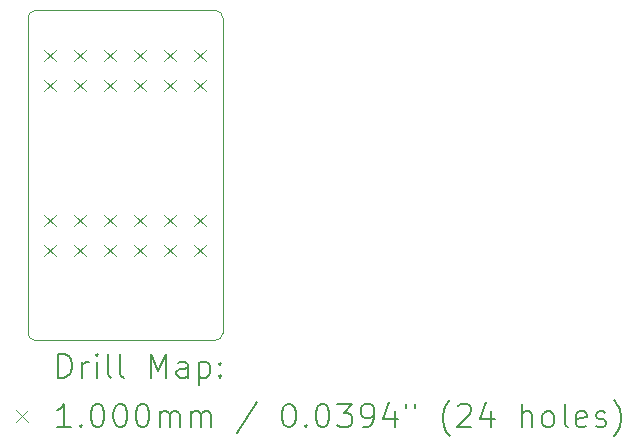
<source format=gbr>
%TF.GenerationSoftware,KiCad,Pcbnew,7.0.11-7.0.11~ubuntu20.04.1*%
%TF.CreationDate,2024-08-20T20:37:52+02:00*%
%TF.ProjectId,kicad-pmod-ext,6b696361-642d-4706-9d6f-642d6578742e,1.0*%
%TF.SameCoordinates,Original*%
%TF.FileFunction,Drillmap*%
%TF.FilePolarity,Positive*%
%FSLAX45Y45*%
G04 Gerber Fmt 4.5, Leading zero omitted, Abs format (unit mm)*
G04 Created by KiCad (PCBNEW 7.0.11-7.0.11~ubuntu20.04.1) date 2024-08-20 20:37:52*
%MOMM*%
%LPD*%
G01*
G04 APERTURE LIST*
%ADD10C,0.050000*%
%ADD11C,0.200000*%
%ADD12C,0.100000*%
G04 APERTURE END LIST*
D10*
X11239500Y-9715500D02*
X11239500Y-7048500D01*
X12827000Y-9779000D02*
G75*
G03*
X12890500Y-9715500I0J63500D01*
G01*
X11303000Y-6985000D02*
G75*
G03*
X11239500Y-7048500I0J-63500D01*
G01*
X12890500Y-7048500D02*
G75*
G03*
X12827000Y-6985000I-63500J0D01*
G01*
X12890500Y-7048500D02*
X12890500Y-9715500D01*
X11239500Y-9715500D02*
G75*
G03*
X11303000Y-9779000I63500J0D01*
G01*
X11303000Y-6985000D02*
X12827000Y-6985000D01*
X12827000Y-9779000D02*
X11303000Y-9779000D01*
D11*
D12*
X11380000Y-7316000D02*
X11480000Y-7416000D01*
X11480000Y-7316000D02*
X11380000Y-7416000D01*
X11380000Y-7570000D02*
X11480000Y-7670000D01*
X11480000Y-7570000D02*
X11380000Y-7670000D01*
X11380000Y-8713000D02*
X11480000Y-8813000D01*
X11480000Y-8713000D02*
X11380000Y-8813000D01*
X11380000Y-8967000D02*
X11480000Y-9067000D01*
X11480000Y-8967000D02*
X11380000Y-9067000D01*
X11634000Y-7316000D02*
X11734000Y-7416000D01*
X11734000Y-7316000D02*
X11634000Y-7416000D01*
X11634000Y-7570000D02*
X11734000Y-7670000D01*
X11734000Y-7570000D02*
X11634000Y-7670000D01*
X11634000Y-8713000D02*
X11734000Y-8813000D01*
X11734000Y-8713000D02*
X11634000Y-8813000D01*
X11634000Y-8967000D02*
X11734000Y-9067000D01*
X11734000Y-8967000D02*
X11634000Y-9067000D01*
X11888000Y-7316000D02*
X11988000Y-7416000D01*
X11988000Y-7316000D02*
X11888000Y-7416000D01*
X11888000Y-7570000D02*
X11988000Y-7670000D01*
X11988000Y-7570000D02*
X11888000Y-7670000D01*
X11888000Y-8713000D02*
X11988000Y-8813000D01*
X11988000Y-8713000D02*
X11888000Y-8813000D01*
X11888000Y-8967000D02*
X11988000Y-9067000D01*
X11988000Y-8967000D02*
X11888000Y-9067000D01*
X12142000Y-7316000D02*
X12242000Y-7416000D01*
X12242000Y-7316000D02*
X12142000Y-7416000D01*
X12142000Y-7570000D02*
X12242000Y-7670000D01*
X12242000Y-7570000D02*
X12142000Y-7670000D01*
X12142000Y-8713000D02*
X12242000Y-8813000D01*
X12242000Y-8713000D02*
X12142000Y-8813000D01*
X12142000Y-8967000D02*
X12242000Y-9067000D01*
X12242000Y-8967000D02*
X12142000Y-9067000D01*
X12396000Y-7316000D02*
X12496000Y-7416000D01*
X12496000Y-7316000D02*
X12396000Y-7416000D01*
X12396000Y-7570000D02*
X12496000Y-7670000D01*
X12496000Y-7570000D02*
X12396000Y-7670000D01*
X12396000Y-8713000D02*
X12496000Y-8813000D01*
X12496000Y-8713000D02*
X12396000Y-8813000D01*
X12396000Y-8967000D02*
X12496000Y-9067000D01*
X12496000Y-8967000D02*
X12396000Y-9067000D01*
X12650000Y-7316000D02*
X12750000Y-7416000D01*
X12750000Y-7316000D02*
X12650000Y-7416000D01*
X12650000Y-7570000D02*
X12750000Y-7670000D01*
X12750000Y-7570000D02*
X12650000Y-7670000D01*
X12650000Y-8713000D02*
X12750000Y-8813000D01*
X12750000Y-8713000D02*
X12650000Y-8813000D01*
X12650000Y-8967000D02*
X12750000Y-9067000D01*
X12750000Y-8967000D02*
X12650000Y-9067000D01*
D11*
X11497777Y-10092984D02*
X11497777Y-9892984D01*
X11497777Y-9892984D02*
X11545396Y-9892984D01*
X11545396Y-9892984D02*
X11573967Y-9902508D01*
X11573967Y-9902508D02*
X11593015Y-9921555D01*
X11593015Y-9921555D02*
X11602539Y-9940603D01*
X11602539Y-9940603D02*
X11612062Y-9978698D01*
X11612062Y-9978698D02*
X11612062Y-10007270D01*
X11612062Y-10007270D02*
X11602539Y-10045365D01*
X11602539Y-10045365D02*
X11593015Y-10064412D01*
X11593015Y-10064412D02*
X11573967Y-10083460D01*
X11573967Y-10083460D02*
X11545396Y-10092984D01*
X11545396Y-10092984D02*
X11497777Y-10092984D01*
X11697777Y-10092984D02*
X11697777Y-9959650D01*
X11697777Y-9997746D02*
X11707301Y-9978698D01*
X11707301Y-9978698D02*
X11716824Y-9969174D01*
X11716824Y-9969174D02*
X11735872Y-9959650D01*
X11735872Y-9959650D02*
X11754920Y-9959650D01*
X11821586Y-10092984D02*
X11821586Y-9959650D01*
X11821586Y-9892984D02*
X11812062Y-9902508D01*
X11812062Y-9902508D02*
X11821586Y-9912031D01*
X11821586Y-9912031D02*
X11831110Y-9902508D01*
X11831110Y-9902508D02*
X11821586Y-9892984D01*
X11821586Y-9892984D02*
X11821586Y-9912031D01*
X11945396Y-10092984D02*
X11926348Y-10083460D01*
X11926348Y-10083460D02*
X11916824Y-10064412D01*
X11916824Y-10064412D02*
X11916824Y-9892984D01*
X12050158Y-10092984D02*
X12031110Y-10083460D01*
X12031110Y-10083460D02*
X12021586Y-10064412D01*
X12021586Y-10064412D02*
X12021586Y-9892984D01*
X12278729Y-10092984D02*
X12278729Y-9892984D01*
X12278729Y-9892984D02*
X12345396Y-10035841D01*
X12345396Y-10035841D02*
X12412062Y-9892984D01*
X12412062Y-9892984D02*
X12412062Y-10092984D01*
X12593015Y-10092984D02*
X12593015Y-9988222D01*
X12593015Y-9988222D02*
X12583491Y-9969174D01*
X12583491Y-9969174D02*
X12564443Y-9959650D01*
X12564443Y-9959650D02*
X12526348Y-9959650D01*
X12526348Y-9959650D02*
X12507301Y-9969174D01*
X12593015Y-10083460D02*
X12573967Y-10092984D01*
X12573967Y-10092984D02*
X12526348Y-10092984D01*
X12526348Y-10092984D02*
X12507301Y-10083460D01*
X12507301Y-10083460D02*
X12497777Y-10064412D01*
X12497777Y-10064412D02*
X12497777Y-10045365D01*
X12497777Y-10045365D02*
X12507301Y-10026317D01*
X12507301Y-10026317D02*
X12526348Y-10016793D01*
X12526348Y-10016793D02*
X12573967Y-10016793D01*
X12573967Y-10016793D02*
X12593015Y-10007270D01*
X12688253Y-9959650D02*
X12688253Y-10159650D01*
X12688253Y-9969174D02*
X12707301Y-9959650D01*
X12707301Y-9959650D02*
X12745396Y-9959650D01*
X12745396Y-9959650D02*
X12764443Y-9969174D01*
X12764443Y-9969174D02*
X12773967Y-9978698D01*
X12773967Y-9978698D02*
X12783491Y-9997746D01*
X12783491Y-9997746D02*
X12783491Y-10054889D01*
X12783491Y-10054889D02*
X12773967Y-10073936D01*
X12773967Y-10073936D02*
X12764443Y-10083460D01*
X12764443Y-10083460D02*
X12745396Y-10092984D01*
X12745396Y-10092984D02*
X12707301Y-10092984D01*
X12707301Y-10092984D02*
X12688253Y-10083460D01*
X12869205Y-10073936D02*
X12878729Y-10083460D01*
X12878729Y-10083460D02*
X12869205Y-10092984D01*
X12869205Y-10092984D02*
X12859682Y-10083460D01*
X12859682Y-10083460D02*
X12869205Y-10073936D01*
X12869205Y-10073936D02*
X12869205Y-10092984D01*
X12869205Y-9969174D02*
X12878729Y-9978698D01*
X12878729Y-9978698D02*
X12869205Y-9988222D01*
X12869205Y-9988222D02*
X12859682Y-9978698D01*
X12859682Y-9978698D02*
X12869205Y-9969174D01*
X12869205Y-9969174D02*
X12869205Y-9988222D01*
D12*
X11137000Y-10371500D02*
X11237000Y-10471500D01*
X11237000Y-10371500D02*
X11137000Y-10471500D01*
D11*
X11602539Y-10512984D02*
X11488253Y-10512984D01*
X11545396Y-10512984D02*
X11545396Y-10312984D01*
X11545396Y-10312984D02*
X11526348Y-10341555D01*
X11526348Y-10341555D02*
X11507301Y-10360603D01*
X11507301Y-10360603D02*
X11488253Y-10370127D01*
X11688253Y-10493936D02*
X11697777Y-10503460D01*
X11697777Y-10503460D02*
X11688253Y-10512984D01*
X11688253Y-10512984D02*
X11678729Y-10503460D01*
X11678729Y-10503460D02*
X11688253Y-10493936D01*
X11688253Y-10493936D02*
X11688253Y-10512984D01*
X11821586Y-10312984D02*
X11840634Y-10312984D01*
X11840634Y-10312984D02*
X11859682Y-10322508D01*
X11859682Y-10322508D02*
X11869205Y-10332031D01*
X11869205Y-10332031D02*
X11878729Y-10351079D01*
X11878729Y-10351079D02*
X11888253Y-10389174D01*
X11888253Y-10389174D02*
X11888253Y-10436793D01*
X11888253Y-10436793D02*
X11878729Y-10474889D01*
X11878729Y-10474889D02*
X11869205Y-10493936D01*
X11869205Y-10493936D02*
X11859682Y-10503460D01*
X11859682Y-10503460D02*
X11840634Y-10512984D01*
X11840634Y-10512984D02*
X11821586Y-10512984D01*
X11821586Y-10512984D02*
X11802539Y-10503460D01*
X11802539Y-10503460D02*
X11793015Y-10493936D01*
X11793015Y-10493936D02*
X11783491Y-10474889D01*
X11783491Y-10474889D02*
X11773967Y-10436793D01*
X11773967Y-10436793D02*
X11773967Y-10389174D01*
X11773967Y-10389174D02*
X11783491Y-10351079D01*
X11783491Y-10351079D02*
X11793015Y-10332031D01*
X11793015Y-10332031D02*
X11802539Y-10322508D01*
X11802539Y-10322508D02*
X11821586Y-10312984D01*
X12012062Y-10312984D02*
X12031110Y-10312984D01*
X12031110Y-10312984D02*
X12050158Y-10322508D01*
X12050158Y-10322508D02*
X12059682Y-10332031D01*
X12059682Y-10332031D02*
X12069205Y-10351079D01*
X12069205Y-10351079D02*
X12078729Y-10389174D01*
X12078729Y-10389174D02*
X12078729Y-10436793D01*
X12078729Y-10436793D02*
X12069205Y-10474889D01*
X12069205Y-10474889D02*
X12059682Y-10493936D01*
X12059682Y-10493936D02*
X12050158Y-10503460D01*
X12050158Y-10503460D02*
X12031110Y-10512984D01*
X12031110Y-10512984D02*
X12012062Y-10512984D01*
X12012062Y-10512984D02*
X11993015Y-10503460D01*
X11993015Y-10503460D02*
X11983491Y-10493936D01*
X11983491Y-10493936D02*
X11973967Y-10474889D01*
X11973967Y-10474889D02*
X11964443Y-10436793D01*
X11964443Y-10436793D02*
X11964443Y-10389174D01*
X11964443Y-10389174D02*
X11973967Y-10351079D01*
X11973967Y-10351079D02*
X11983491Y-10332031D01*
X11983491Y-10332031D02*
X11993015Y-10322508D01*
X11993015Y-10322508D02*
X12012062Y-10312984D01*
X12202539Y-10312984D02*
X12221586Y-10312984D01*
X12221586Y-10312984D02*
X12240634Y-10322508D01*
X12240634Y-10322508D02*
X12250158Y-10332031D01*
X12250158Y-10332031D02*
X12259682Y-10351079D01*
X12259682Y-10351079D02*
X12269205Y-10389174D01*
X12269205Y-10389174D02*
X12269205Y-10436793D01*
X12269205Y-10436793D02*
X12259682Y-10474889D01*
X12259682Y-10474889D02*
X12250158Y-10493936D01*
X12250158Y-10493936D02*
X12240634Y-10503460D01*
X12240634Y-10503460D02*
X12221586Y-10512984D01*
X12221586Y-10512984D02*
X12202539Y-10512984D01*
X12202539Y-10512984D02*
X12183491Y-10503460D01*
X12183491Y-10503460D02*
X12173967Y-10493936D01*
X12173967Y-10493936D02*
X12164443Y-10474889D01*
X12164443Y-10474889D02*
X12154920Y-10436793D01*
X12154920Y-10436793D02*
X12154920Y-10389174D01*
X12154920Y-10389174D02*
X12164443Y-10351079D01*
X12164443Y-10351079D02*
X12173967Y-10332031D01*
X12173967Y-10332031D02*
X12183491Y-10322508D01*
X12183491Y-10322508D02*
X12202539Y-10312984D01*
X12354920Y-10512984D02*
X12354920Y-10379650D01*
X12354920Y-10398698D02*
X12364443Y-10389174D01*
X12364443Y-10389174D02*
X12383491Y-10379650D01*
X12383491Y-10379650D02*
X12412063Y-10379650D01*
X12412063Y-10379650D02*
X12431110Y-10389174D01*
X12431110Y-10389174D02*
X12440634Y-10408222D01*
X12440634Y-10408222D02*
X12440634Y-10512984D01*
X12440634Y-10408222D02*
X12450158Y-10389174D01*
X12450158Y-10389174D02*
X12469205Y-10379650D01*
X12469205Y-10379650D02*
X12497777Y-10379650D01*
X12497777Y-10379650D02*
X12516824Y-10389174D01*
X12516824Y-10389174D02*
X12526348Y-10408222D01*
X12526348Y-10408222D02*
X12526348Y-10512984D01*
X12621586Y-10512984D02*
X12621586Y-10379650D01*
X12621586Y-10398698D02*
X12631110Y-10389174D01*
X12631110Y-10389174D02*
X12650158Y-10379650D01*
X12650158Y-10379650D02*
X12678729Y-10379650D01*
X12678729Y-10379650D02*
X12697777Y-10389174D01*
X12697777Y-10389174D02*
X12707301Y-10408222D01*
X12707301Y-10408222D02*
X12707301Y-10512984D01*
X12707301Y-10408222D02*
X12716824Y-10389174D01*
X12716824Y-10389174D02*
X12735872Y-10379650D01*
X12735872Y-10379650D02*
X12764443Y-10379650D01*
X12764443Y-10379650D02*
X12783491Y-10389174D01*
X12783491Y-10389174D02*
X12793015Y-10408222D01*
X12793015Y-10408222D02*
X12793015Y-10512984D01*
X13183491Y-10303460D02*
X13012063Y-10560603D01*
X13440634Y-10312984D02*
X13459682Y-10312984D01*
X13459682Y-10312984D02*
X13478729Y-10322508D01*
X13478729Y-10322508D02*
X13488253Y-10332031D01*
X13488253Y-10332031D02*
X13497777Y-10351079D01*
X13497777Y-10351079D02*
X13507301Y-10389174D01*
X13507301Y-10389174D02*
X13507301Y-10436793D01*
X13507301Y-10436793D02*
X13497777Y-10474889D01*
X13497777Y-10474889D02*
X13488253Y-10493936D01*
X13488253Y-10493936D02*
X13478729Y-10503460D01*
X13478729Y-10503460D02*
X13459682Y-10512984D01*
X13459682Y-10512984D02*
X13440634Y-10512984D01*
X13440634Y-10512984D02*
X13421586Y-10503460D01*
X13421586Y-10503460D02*
X13412063Y-10493936D01*
X13412063Y-10493936D02*
X13402539Y-10474889D01*
X13402539Y-10474889D02*
X13393015Y-10436793D01*
X13393015Y-10436793D02*
X13393015Y-10389174D01*
X13393015Y-10389174D02*
X13402539Y-10351079D01*
X13402539Y-10351079D02*
X13412063Y-10332031D01*
X13412063Y-10332031D02*
X13421586Y-10322508D01*
X13421586Y-10322508D02*
X13440634Y-10312984D01*
X13593015Y-10493936D02*
X13602539Y-10503460D01*
X13602539Y-10503460D02*
X13593015Y-10512984D01*
X13593015Y-10512984D02*
X13583491Y-10503460D01*
X13583491Y-10503460D02*
X13593015Y-10493936D01*
X13593015Y-10493936D02*
X13593015Y-10512984D01*
X13726348Y-10312984D02*
X13745396Y-10312984D01*
X13745396Y-10312984D02*
X13764444Y-10322508D01*
X13764444Y-10322508D02*
X13773967Y-10332031D01*
X13773967Y-10332031D02*
X13783491Y-10351079D01*
X13783491Y-10351079D02*
X13793015Y-10389174D01*
X13793015Y-10389174D02*
X13793015Y-10436793D01*
X13793015Y-10436793D02*
X13783491Y-10474889D01*
X13783491Y-10474889D02*
X13773967Y-10493936D01*
X13773967Y-10493936D02*
X13764444Y-10503460D01*
X13764444Y-10503460D02*
X13745396Y-10512984D01*
X13745396Y-10512984D02*
X13726348Y-10512984D01*
X13726348Y-10512984D02*
X13707301Y-10503460D01*
X13707301Y-10503460D02*
X13697777Y-10493936D01*
X13697777Y-10493936D02*
X13688253Y-10474889D01*
X13688253Y-10474889D02*
X13678729Y-10436793D01*
X13678729Y-10436793D02*
X13678729Y-10389174D01*
X13678729Y-10389174D02*
X13688253Y-10351079D01*
X13688253Y-10351079D02*
X13697777Y-10332031D01*
X13697777Y-10332031D02*
X13707301Y-10322508D01*
X13707301Y-10322508D02*
X13726348Y-10312984D01*
X13859682Y-10312984D02*
X13983491Y-10312984D01*
X13983491Y-10312984D02*
X13916825Y-10389174D01*
X13916825Y-10389174D02*
X13945396Y-10389174D01*
X13945396Y-10389174D02*
X13964444Y-10398698D01*
X13964444Y-10398698D02*
X13973967Y-10408222D01*
X13973967Y-10408222D02*
X13983491Y-10427270D01*
X13983491Y-10427270D02*
X13983491Y-10474889D01*
X13983491Y-10474889D02*
X13973967Y-10493936D01*
X13973967Y-10493936D02*
X13964444Y-10503460D01*
X13964444Y-10503460D02*
X13945396Y-10512984D01*
X13945396Y-10512984D02*
X13888253Y-10512984D01*
X13888253Y-10512984D02*
X13869206Y-10503460D01*
X13869206Y-10503460D02*
X13859682Y-10493936D01*
X14078729Y-10512984D02*
X14116825Y-10512984D01*
X14116825Y-10512984D02*
X14135872Y-10503460D01*
X14135872Y-10503460D02*
X14145396Y-10493936D01*
X14145396Y-10493936D02*
X14164444Y-10465365D01*
X14164444Y-10465365D02*
X14173967Y-10427270D01*
X14173967Y-10427270D02*
X14173967Y-10351079D01*
X14173967Y-10351079D02*
X14164444Y-10332031D01*
X14164444Y-10332031D02*
X14154920Y-10322508D01*
X14154920Y-10322508D02*
X14135872Y-10312984D01*
X14135872Y-10312984D02*
X14097777Y-10312984D01*
X14097777Y-10312984D02*
X14078729Y-10322508D01*
X14078729Y-10322508D02*
X14069206Y-10332031D01*
X14069206Y-10332031D02*
X14059682Y-10351079D01*
X14059682Y-10351079D02*
X14059682Y-10398698D01*
X14059682Y-10398698D02*
X14069206Y-10417746D01*
X14069206Y-10417746D02*
X14078729Y-10427270D01*
X14078729Y-10427270D02*
X14097777Y-10436793D01*
X14097777Y-10436793D02*
X14135872Y-10436793D01*
X14135872Y-10436793D02*
X14154920Y-10427270D01*
X14154920Y-10427270D02*
X14164444Y-10417746D01*
X14164444Y-10417746D02*
X14173967Y-10398698D01*
X14345396Y-10379650D02*
X14345396Y-10512984D01*
X14297777Y-10303460D02*
X14250158Y-10446317D01*
X14250158Y-10446317D02*
X14373967Y-10446317D01*
X14440634Y-10312984D02*
X14440634Y-10351079D01*
X14516825Y-10312984D02*
X14516825Y-10351079D01*
X14812063Y-10589174D02*
X14802539Y-10579650D01*
X14802539Y-10579650D02*
X14783491Y-10551079D01*
X14783491Y-10551079D02*
X14773968Y-10532031D01*
X14773968Y-10532031D02*
X14764444Y-10503460D01*
X14764444Y-10503460D02*
X14754920Y-10455841D01*
X14754920Y-10455841D02*
X14754920Y-10417746D01*
X14754920Y-10417746D02*
X14764444Y-10370127D01*
X14764444Y-10370127D02*
X14773968Y-10341555D01*
X14773968Y-10341555D02*
X14783491Y-10322508D01*
X14783491Y-10322508D02*
X14802539Y-10293936D01*
X14802539Y-10293936D02*
X14812063Y-10284412D01*
X14878729Y-10332031D02*
X14888253Y-10322508D01*
X14888253Y-10322508D02*
X14907301Y-10312984D01*
X14907301Y-10312984D02*
X14954920Y-10312984D01*
X14954920Y-10312984D02*
X14973968Y-10322508D01*
X14973968Y-10322508D02*
X14983491Y-10332031D01*
X14983491Y-10332031D02*
X14993015Y-10351079D01*
X14993015Y-10351079D02*
X14993015Y-10370127D01*
X14993015Y-10370127D02*
X14983491Y-10398698D01*
X14983491Y-10398698D02*
X14869206Y-10512984D01*
X14869206Y-10512984D02*
X14993015Y-10512984D01*
X15164444Y-10379650D02*
X15164444Y-10512984D01*
X15116825Y-10303460D02*
X15069206Y-10446317D01*
X15069206Y-10446317D02*
X15193015Y-10446317D01*
X15421587Y-10512984D02*
X15421587Y-10312984D01*
X15507301Y-10512984D02*
X15507301Y-10408222D01*
X15507301Y-10408222D02*
X15497777Y-10389174D01*
X15497777Y-10389174D02*
X15478730Y-10379650D01*
X15478730Y-10379650D02*
X15450158Y-10379650D01*
X15450158Y-10379650D02*
X15431110Y-10389174D01*
X15431110Y-10389174D02*
X15421587Y-10398698D01*
X15631110Y-10512984D02*
X15612063Y-10503460D01*
X15612063Y-10503460D02*
X15602539Y-10493936D01*
X15602539Y-10493936D02*
X15593015Y-10474889D01*
X15593015Y-10474889D02*
X15593015Y-10417746D01*
X15593015Y-10417746D02*
X15602539Y-10398698D01*
X15602539Y-10398698D02*
X15612063Y-10389174D01*
X15612063Y-10389174D02*
X15631110Y-10379650D01*
X15631110Y-10379650D02*
X15659682Y-10379650D01*
X15659682Y-10379650D02*
X15678730Y-10389174D01*
X15678730Y-10389174D02*
X15688253Y-10398698D01*
X15688253Y-10398698D02*
X15697777Y-10417746D01*
X15697777Y-10417746D02*
X15697777Y-10474889D01*
X15697777Y-10474889D02*
X15688253Y-10493936D01*
X15688253Y-10493936D02*
X15678730Y-10503460D01*
X15678730Y-10503460D02*
X15659682Y-10512984D01*
X15659682Y-10512984D02*
X15631110Y-10512984D01*
X15812063Y-10512984D02*
X15793015Y-10503460D01*
X15793015Y-10503460D02*
X15783491Y-10484412D01*
X15783491Y-10484412D02*
X15783491Y-10312984D01*
X15964444Y-10503460D02*
X15945396Y-10512984D01*
X15945396Y-10512984D02*
X15907301Y-10512984D01*
X15907301Y-10512984D02*
X15888253Y-10503460D01*
X15888253Y-10503460D02*
X15878730Y-10484412D01*
X15878730Y-10484412D02*
X15878730Y-10408222D01*
X15878730Y-10408222D02*
X15888253Y-10389174D01*
X15888253Y-10389174D02*
X15907301Y-10379650D01*
X15907301Y-10379650D02*
X15945396Y-10379650D01*
X15945396Y-10379650D02*
X15964444Y-10389174D01*
X15964444Y-10389174D02*
X15973968Y-10408222D01*
X15973968Y-10408222D02*
X15973968Y-10427270D01*
X15973968Y-10427270D02*
X15878730Y-10446317D01*
X16050158Y-10503460D02*
X16069206Y-10512984D01*
X16069206Y-10512984D02*
X16107301Y-10512984D01*
X16107301Y-10512984D02*
X16126349Y-10503460D01*
X16126349Y-10503460D02*
X16135872Y-10484412D01*
X16135872Y-10484412D02*
X16135872Y-10474889D01*
X16135872Y-10474889D02*
X16126349Y-10455841D01*
X16126349Y-10455841D02*
X16107301Y-10446317D01*
X16107301Y-10446317D02*
X16078730Y-10446317D01*
X16078730Y-10446317D02*
X16059682Y-10436793D01*
X16059682Y-10436793D02*
X16050158Y-10417746D01*
X16050158Y-10417746D02*
X16050158Y-10408222D01*
X16050158Y-10408222D02*
X16059682Y-10389174D01*
X16059682Y-10389174D02*
X16078730Y-10379650D01*
X16078730Y-10379650D02*
X16107301Y-10379650D01*
X16107301Y-10379650D02*
X16126349Y-10389174D01*
X16202539Y-10589174D02*
X16212063Y-10579650D01*
X16212063Y-10579650D02*
X16231111Y-10551079D01*
X16231111Y-10551079D02*
X16240634Y-10532031D01*
X16240634Y-10532031D02*
X16250158Y-10503460D01*
X16250158Y-10503460D02*
X16259682Y-10455841D01*
X16259682Y-10455841D02*
X16259682Y-10417746D01*
X16259682Y-10417746D02*
X16250158Y-10370127D01*
X16250158Y-10370127D02*
X16240634Y-10341555D01*
X16240634Y-10341555D02*
X16231111Y-10322508D01*
X16231111Y-10322508D02*
X16212063Y-10293936D01*
X16212063Y-10293936D02*
X16202539Y-10284412D01*
M02*

</source>
